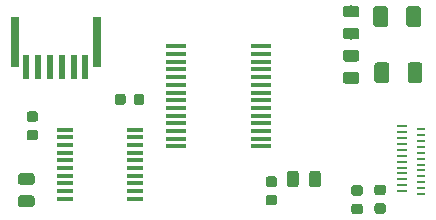
<source format=gtp>
G04 #@! TF.GenerationSoftware,KiCad,Pcbnew,(5.1.0)-1*
G04 #@! TF.CreationDate,2019-05-30T16:28:13+02:00*
G04 #@! TF.ProjectId,converterboard,636f6e76-6572-4746-9572-626f6172642e,rev?*
G04 #@! TF.SameCoordinates,Original*
G04 #@! TF.FileFunction,Paste,Top*
G04 #@! TF.FilePolarity,Positive*
%FSLAX46Y46*%
G04 Gerber Fmt 4.6, Leading zero omitted, Abs format (unit mm)*
G04 Created by KiCad (PCBNEW (5.1.0)-1) date 2019-05-30 16:28:13*
%MOMM*%
%LPD*%
G04 APERTURE LIST*
%ADD10C,0.100000*%
%ADD11C,0.975000*%
%ADD12R,0.800000X0.270000*%
%ADD13R,0.900000X0.270000*%
%ADD14C,0.875000*%
%ADD15R,1.450000X0.450000*%
%ADD16C,1.250000*%
%ADD17R,0.700000X4.200000*%
%ADD18R,0.600000X2.000000*%
%ADD19R,1.750000X0.450000*%
G04 APERTURE END LIST*
D10*
G36*
X182955142Y-114801174D02*
G01*
X182978803Y-114804684D01*
X183002007Y-114810496D01*
X183024529Y-114818554D01*
X183046153Y-114828782D01*
X183066670Y-114841079D01*
X183085883Y-114855329D01*
X183103607Y-114871393D01*
X183119671Y-114889117D01*
X183133921Y-114908330D01*
X183146218Y-114928847D01*
X183156446Y-114950471D01*
X183164504Y-114972993D01*
X183170316Y-114996197D01*
X183173826Y-115019858D01*
X183175000Y-115043750D01*
X183175000Y-115956250D01*
X183173826Y-115980142D01*
X183170316Y-116003803D01*
X183164504Y-116027007D01*
X183156446Y-116049529D01*
X183146218Y-116071153D01*
X183133921Y-116091670D01*
X183119671Y-116110883D01*
X183103607Y-116128607D01*
X183085883Y-116144671D01*
X183066670Y-116158921D01*
X183046153Y-116171218D01*
X183024529Y-116181446D01*
X183002007Y-116189504D01*
X182978803Y-116195316D01*
X182955142Y-116198826D01*
X182931250Y-116200000D01*
X182443750Y-116200000D01*
X182419858Y-116198826D01*
X182396197Y-116195316D01*
X182372993Y-116189504D01*
X182350471Y-116181446D01*
X182328847Y-116171218D01*
X182308330Y-116158921D01*
X182289117Y-116144671D01*
X182271393Y-116128607D01*
X182255329Y-116110883D01*
X182241079Y-116091670D01*
X182228782Y-116071153D01*
X182218554Y-116049529D01*
X182210496Y-116027007D01*
X182204684Y-116003803D01*
X182201174Y-115980142D01*
X182200000Y-115956250D01*
X182200000Y-115043750D01*
X182201174Y-115019858D01*
X182204684Y-114996197D01*
X182210496Y-114972993D01*
X182218554Y-114950471D01*
X182228782Y-114928847D01*
X182241079Y-114908330D01*
X182255329Y-114889117D01*
X182271393Y-114871393D01*
X182289117Y-114855329D01*
X182308330Y-114841079D01*
X182328847Y-114828782D01*
X182350471Y-114818554D01*
X182372993Y-114810496D01*
X182396197Y-114804684D01*
X182419858Y-114801174D01*
X182443750Y-114800000D01*
X182931250Y-114800000D01*
X182955142Y-114801174D01*
X182955142Y-114801174D01*
G37*
D11*
X182687500Y-115500000D03*
D10*
G36*
X181080142Y-114801174D02*
G01*
X181103803Y-114804684D01*
X181127007Y-114810496D01*
X181149529Y-114818554D01*
X181171153Y-114828782D01*
X181191670Y-114841079D01*
X181210883Y-114855329D01*
X181228607Y-114871393D01*
X181244671Y-114889117D01*
X181258921Y-114908330D01*
X181271218Y-114928847D01*
X181281446Y-114950471D01*
X181289504Y-114972993D01*
X181295316Y-114996197D01*
X181298826Y-115019858D01*
X181300000Y-115043750D01*
X181300000Y-115956250D01*
X181298826Y-115980142D01*
X181295316Y-116003803D01*
X181289504Y-116027007D01*
X181281446Y-116049529D01*
X181271218Y-116071153D01*
X181258921Y-116091670D01*
X181244671Y-116110883D01*
X181228607Y-116128607D01*
X181210883Y-116144671D01*
X181191670Y-116158921D01*
X181171153Y-116171218D01*
X181149529Y-116181446D01*
X181127007Y-116189504D01*
X181103803Y-116195316D01*
X181080142Y-116198826D01*
X181056250Y-116200000D01*
X180568750Y-116200000D01*
X180544858Y-116198826D01*
X180521197Y-116195316D01*
X180497993Y-116189504D01*
X180475471Y-116181446D01*
X180453847Y-116171218D01*
X180433330Y-116158921D01*
X180414117Y-116144671D01*
X180396393Y-116128607D01*
X180380329Y-116110883D01*
X180366079Y-116091670D01*
X180353782Y-116071153D01*
X180343554Y-116049529D01*
X180335496Y-116027007D01*
X180329684Y-116003803D01*
X180326174Y-115980142D01*
X180325000Y-115956250D01*
X180325000Y-115043750D01*
X180326174Y-115019858D01*
X180329684Y-114996197D01*
X180335496Y-114972993D01*
X180343554Y-114950471D01*
X180353782Y-114928847D01*
X180366079Y-114908330D01*
X180380329Y-114889117D01*
X180396393Y-114871393D01*
X180414117Y-114855329D01*
X180433330Y-114841079D01*
X180453847Y-114828782D01*
X180475471Y-114818554D01*
X180497993Y-114810496D01*
X180521197Y-114804684D01*
X180544858Y-114801174D01*
X180568750Y-114800000D01*
X181056250Y-114800000D01*
X181080142Y-114801174D01*
X181080142Y-114801174D01*
G37*
D11*
X180812500Y-115500000D03*
D12*
X191650000Y-111765000D03*
X191650000Y-112765000D03*
X191650000Y-112265000D03*
X191650000Y-111265000D03*
X191650000Y-113765000D03*
X191650000Y-114775000D03*
X191650000Y-114275000D03*
X191650000Y-113265000D03*
X191650000Y-115775000D03*
X191650000Y-115275000D03*
X191650000Y-116275000D03*
X191650000Y-116775000D03*
D13*
X190050000Y-112025000D03*
X190050000Y-111025000D03*
X190050000Y-112525000D03*
X190050000Y-111525000D03*
X190050000Y-113525000D03*
X190050000Y-113025000D03*
X190050000Y-114025000D03*
X190050000Y-115025000D03*
X190050000Y-114525000D03*
X190050000Y-115525000D03*
X190050000Y-116025000D03*
X190050000Y-116525000D03*
D10*
G36*
X188477691Y-115976053D02*
G01*
X188498926Y-115979203D01*
X188519750Y-115984419D01*
X188539962Y-115991651D01*
X188559368Y-116000830D01*
X188577781Y-116011866D01*
X188595024Y-116024654D01*
X188610930Y-116039070D01*
X188625346Y-116054976D01*
X188638134Y-116072219D01*
X188649170Y-116090632D01*
X188658349Y-116110038D01*
X188665581Y-116130250D01*
X188670797Y-116151074D01*
X188673947Y-116172309D01*
X188675000Y-116193750D01*
X188675000Y-116631250D01*
X188673947Y-116652691D01*
X188670797Y-116673926D01*
X188665581Y-116694750D01*
X188658349Y-116714962D01*
X188649170Y-116734368D01*
X188638134Y-116752781D01*
X188625346Y-116770024D01*
X188610930Y-116785930D01*
X188595024Y-116800346D01*
X188577781Y-116813134D01*
X188559368Y-116824170D01*
X188539962Y-116833349D01*
X188519750Y-116840581D01*
X188498926Y-116845797D01*
X188477691Y-116848947D01*
X188456250Y-116850000D01*
X187943750Y-116850000D01*
X187922309Y-116848947D01*
X187901074Y-116845797D01*
X187880250Y-116840581D01*
X187860038Y-116833349D01*
X187840632Y-116824170D01*
X187822219Y-116813134D01*
X187804976Y-116800346D01*
X187789070Y-116785930D01*
X187774654Y-116770024D01*
X187761866Y-116752781D01*
X187750830Y-116734368D01*
X187741651Y-116714962D01*
X187734419Y-116694750D01*
X187729203Y-116673926D01*
X187726053Y-116652691D01*
X187725000Y-116631250D01*
X187725000Y-116193750D01*
X187726053Y-116172309D01*
X187729203Y-116151074D01*
X187734419Y-116130250D01*
X187741651Y-116110038D01*
X187750830Y-116090632D01*
X187761866Y-116072219D01*
X187774654Y-116054976D01*
X187789070Y-116039070D01*
X187804976Y-116024654D01*
X187822219Y-116011866D01*
X187840632Y-116000830D01*
X187860038Y-115991651D01*
X187880250Y-115984419D01*
X187901074Y-115979203D01*
X187922309Y-115976053D01*
X187943750Y-115975000D01*
X188456250Y-115975000D01*
X188477691Y-115976053D01*
X188477691Y-115976053D01*
G37*
D14*
X188200000Y-116412500D03*
D10*
G36*
X188477691Y-117551053D02*
G01*
X188498926Y-117554203D01*
X188519750Y-117559419D01*
X188539962Y-117566651D01*
X188559368Y-117575830D01*
X188577781Y-117586866D01*
X188595024Y-117599654D01*
X188610930Y-117614070D01*
X188625346Y-117629976D01*
X188638134Y-117647219D01*
X188649170Y-117665632D01*
X188658349Y-117685038D01*
X188665581Y-117705250D01*
X188670797Y-117726074D01*
X188673947Y-117747309D01*
X188675000Y-117768750D01*
X188675000Y-118206250D01*
X188673947Y-118227691D01*
X188670797Y-118248926D01*
X188665581Y-118269750D01*
X188658349Y-118289962D01*
X188649170Y-118309368D01*
X188638134Y-118327781D01*
X188625346Y-118345024D01*
X188610930Y-118360930D01*
X188595024Y-118375346D01*
X188577781Y-118388134D01*
X188559368Y-118399170D01*
X188539962Y-118408349D01*
X188519750Y-118415581D01*
X188498926Y-118420797D01*
X188477691Y-118423947D01*
X188456250Y-118425000D01*
X187943750Y-118425000D01*
X187922309Y-118423947D01*
X187901074Y-118420797D01*
X187880250Y-118415581D01*
X187860038Y-118408349D01*
X187840632Y-118399170D01*
X187822219Y-118388134D01*
X187804976Y-118375346D01*
X187789070Y-118360930D01*
X187774654Y-118345024D01*
X187761866Y-118327781D01*
X187750830Y-118309368D01*
X187741651Y-118289962D01*
X187734419Y-118269750D01*
X187729203Y-118248926D01*
X187726053Y-118227691D01*
X187725000Y-118206250D01*
X187725000Y-117768750D01*
X187726053Y-117747309D01*
X187729203Y-117726074D01*
X187734419Y-117705250D01*
X187741651Y-117685038D01*
X187750830Y-117665632D01*
X187761866Y-117647219D01*
X187774654Y-117629976D01*
X187789070Y-117614070D01*
X187804976Y-117599654D01*
X187822219Y-117586866D01*
X187840632Y-117575830D01*
X187860038Y-117566651D01*
X187880250Y-117559419D01*
X187901074Y-117554203D01*
X187922309Y-117551053D01*
X187943750Y-117550000D01*
X188456250Y-117550000D01*
X188477691Y-117551053D01*
X188477691Y-117551053D01*
G37*
D14*
X188200000Y-117987500D03*
D15*
X161550000Y-111325000D03*
X161550000Y-111975000D03*
X161550000Y-112625000D03*
X161550000Y-113275000D03*
X161550000Y-113925000D03*
X161550000Y-114575000D03*
X161550000Y-115225000D03*
X161550000Y-115875000D03*
X161550000Y-116525000D03*
X161550000Y-117175000D03*
X167450000Y-117175000D03*
X167450000Y-116525000D03*
X167450000Y-115875000D03*
X167450000Y-115225000D03*
X167450000Y-114575000D03*
X167450000Y-113925000D03*
X167450000Y-113275000D03*
X167450000Y-112625000D03*
X167450000Y-111975000D03*
X167450000Y-111325000D03*
D10*
G36*
X168027691Y-108276053D02*
G01*
X168048926Y-108279203D01*
X168069750Y-108284419D01*
X168089962Y-108291651D01*
X168109368Y-108300830D01*
X168127781Y-108311866D01*
X168145024Y-108324654D01*
X168160930Y-108339070D01*
X168175346Y-108354976D01*
X168188134Y-108372219D01*
X168199170Y-108390632D01*
X168208349Y-108410038D01*
X168215581Y-108430250D01*
X168220797Y-108451074D01*
X168223947Y-108472309D01*
X168225000Y-108493750D01*
X168225000Y-109006250D01*
X168223947Y-109027691D01*
X168220797Y-109048926D01*
X168215581Y-109069750D01*
X168208349Y-109089962D01*
X168199170Y-109109368D01*
X168188134Y-109127781D01*
X168175346Y-109145024D01*
X168160930Y-109160930D01*
X168145024Y-109175346D01*
X168127781Y-109188134D01*
X168109368Y-109199170D01*
X168089962Y-109208349D01*
X168069750Y-109215581D01*
X168048926Y-109220797D01*
X168027691Y-109223947D01*
X168006250Y-109225000D01*
X167568750Y-109225000D01*
X167547309Y-109223947D01*
X167526074Y-109220797D01*
X167505250Y-109215581D01*
X167485038Y-109208349D01*
X167465632Y-109199170D01*
X167447219Y-109188134D01*
X167429976Y-109175346D01*
X167414070Y-109160930D01*
X167399654Y-109145024D01*
X167386866Y-109127781D01*
X167375830Y-109109368D01*
X167366651Y-109089962D01*
X167359419Y-109069750D01*
X167354203Y-109048926D01*
X167351053Y-109027691D01*
X167350000Y-109006250D01*
X167350000Y-108493750D01*
X167351053Y-108472309D01*
X167354203Y-108451074D01*
X167359419Y-108430250D01*
X167366651Y-108410038D01*
X167375830Y-108390632D01*
X167386866Y-108372219D01*
X167399654Y-108354976D01*
X167414070Y-108339070D01*
X167429976Y-108324654D01*
X167447219Y-108311866D01*
X167465632Y-108300830D01*
X167485038Y-108291651D01*
X167505250Y-108284419D01*
X167526074Y-108279203D01*
X167547309Y-108276053D01*
X167568750Y-108275000D01*
X168006250Y-108275000D01*
X168027691Y-108276053D01*
X168027691Y-108276053D01*
G37*
D14*
X167787500Y-108750000D03*
D10*
G36*
X166452691Y-108276053D02*
G01*
X166473926Y-108279203D01*
X166494750Y-108284419D01*
X166514962Y-108291651D01*
X166534368Y-108300830D01*
X166552781Y-108311866D01*
X166570024Y-108324654D01*
X166585930Y-108339070D01*
X166600346Y-108354976D01*
X166613134Y-108372219D01*
X166624170Y-108390632D01*
X166633349Y-108410038D01*
X166640581Y-108430250D01*
X166645797Y-108451074D01*
X166648947Y-108472309D01*
X166650000Y-108493750D01*
X166650000Y-109006250D01*
X166648947Y-109027691D01*
X166645797Y-109048926D01*
X166640581Y-109069750D01*
X166633349Y-109089962D01*
X166624170Y-109109368D01*
X166613134Y-109127781D01*
X166600346Y-109145024D01*
X166585930Y-109160930D01*
X166570024Y-109175346D01*
X166552781Y-109188134D01*
X166534368Y-109199170D01*
X166514962Y-109208349D01*
X166494750Y-109215581D01*
X166473926Y-109220797D01*
X166452691Y-109223947D01*
X166431250Y-109225000D01*
X165993750Y-109225000D01*
X165972309Y-109223947D01*
X165951074Y-109220797D01*
X165930250Y-109215581D01*
X165910038Y-109208349D01*
X165890632Y-109199170D01*
X165872219Y-109188134D01*
X165854976Y-109175346D01*
X165839070Y-109160930D01*
X165824654Y-109145024D01*
X165811866Y-109127781D01*
X165800830Y-109109368D01*
X165791651Y-109089962D01*
X165784419Y-109069750D01*
X165779203Y-109048926D01*
X165776053Y-109027691D01*
X165775000Y-109006250D01*
X165775000Y-108493750D01*
X165776053Y-108472309D01*
X165779203Y-108451074D01*
X165784419Y-108430250D01*
X165791651Y-108410038D01*
X165800830Y-108390632D01*
X165811866Y-108372219D01*
X165824654Y-108354976D01*
X165839070Y-108339070D01*
X165854976Y-108324654D01*
X165872219Y-108311866D01*
X165890632Y-108300830D01*
X165910038Y-108291651D01*
X165930250Y-108284419D01*
X165951074Y-108279203D01*
X165972309Y-108276053D01*
X165993750Y-108275000D01*
X166431250Y-108275000D01*
X166452691Y-108276053D01*
X166452691Y-108276053D01*
G37*
D14*
X166212500Y-108750000D03*
D10*
G36*
X159027691Y-109776053D02*
G01*
X159048926Y-109779203D01*
X159069750Y-109784419D01*
X159089962Y-109791651D01*
X159109368Y-109800830D01*
X159127781Y-109811866D01*
X159145024Y-109824654D01*
X159160930Y-109839070D01*
X159175346Y-109854976D01*
X159188134Y-109872219D01*
X159199170Y-109890632D01*
X159208349Y-109910038D01*
X159215581Y-109930250D01*
X159220797Y-109951074D01*
X159223947Y-109972309D01*
X159225000Y-109993750D01*
X159225000Y-110431250D01*
X159223947Y-110452691D01*
X159220797Y-110473926D01*
X159215581Y-110494750D01*
X159208349Y-110514962D01*
X159199170Y-110534368D01*
X159188134Y-110552781D01*
X159175346Y-110570024D01*
X159160930Y-110585930D01*
X159145024Y-110600346D01*
X159127781Y-110613134D01*
X159109368Y-110624170D01*
X159089962Y-110633349D01*
X159069750Y-110640581D01*
X159048926Y-110645797D01*
X159027691Y-110648947D01*
X159006250Y-110650000D01*
X158493750Y-110650000D01*
X158472309Y-110648947D01*
X158451074Y-110645797D01*
X158430250Y-110640581D01*
X158410038Y-110633349D01*
X158390632Y-110624170D01*
X158372219Y-110613134D01*
X158354976Y-110600346D01*
X158339070Y-110585930D01*
X158324654Y-110570024D01*
X158311866Y-110552781D01*
X158300830Y-110534368D01*
X158291651Y-110514962D01*
X158284419Y-110494750D01*
X158279203Y-110473926D01*
X158276053Y-110452691D01*
X158275000Y-110431250D01*
X158275000Y-109993750D01*
X158276053Y-109972309D01*
X158279203Y-109951074D01*
X158284419Y-109930250D01*
X158291651Y-109910038D01*
X158300830Y-109890632D01*
X158311866Y-109872219D01*
X158324654Y-109854976D01*
X158339070Y-109839070D01*
X158354976Y-109824654D01*
X158372219Y-109811866D01*
X158390632Y-109800830D01*
X158410038Y-109791651D01*
X158430250Y-109784419D01*
X158451074Y-109779203D01*
X158472309Y-109776053D01*
X158493750Y-109775000D01*
X159006250Y-109775000D01*
X159027691Y-109776053D01*
X159027691Y-109776053D01*
G37*
D14*
X158750000Y-110212500D03*
D10*
G36*
X159027691Y-111351053D02*
G01*
X159048926Y-111354203D01*
X159069750Y-111359419D01*
X159089962Y-111366651D01*
X159109368Y-111375830D01*
X159127781Y-111386866D01*
X159145024Y-111399654D01*
X159160930Y-111414070D01*
X159175346Y-111429976D01*
X159188134Y-111447219D01*
X159199170Y-111465632D01*
X159208349Y-111485038D01*
X159215581Y-111505250D01*
X159220797Y-111526074D01*
X159223947Y-111547309D01*
X159225000Y-111568750D01*
X159225000Y-112006250D01*
X159223947Y-112027691D01*
X159220797Y-112048926D01*
X159215581Y-112069750D01*
X159208349Y-112089962D01*
X159199170Y-112109368D01*
X159188134Y-112127781D01*
X159175346Y-112145024D01*
X159160930Y-112160930D01*
X159145024Y-112175346D01*
X159127781Y-112188134D01*
X159109368Y-112199170D01*
X159089962Y-112208349D01*
X159069750Y-112215581D01*
X159048926Y-112220797D01*
X159027691Y-112223947D01*
X159006250Y-112225000D01*
X158493750Y-112225000D01*
X158472309Y-112223947D01*
X158451074Y-112220797D01*
X158430250Y-112215581D01*
X158410038Y-112208349D01*
X158390632Y-112199170D01*
X158372219Y-112188134D01*
X158354976Y-112175346D01*
X158339070Y-112160930D01*
X158324654Y-112145024D01*
X158311866Y-112127781D01*
X158300830Y-112109368D01*
X158291651Y-112089962D01*
X158284419Y-112069750D01*
X158279203Y-112048926D01*
X158276053Y-112027691D01*
X158275000Y-112006250D01*
X158275000Y-111568750D01*
X158276053Y-111547309D01*
X158279203Y-111526074D01*
X158284419Y-111505250D01*
X158291651Y-111485038D01*
X158300830Y-111465632D01*
X158311866Y-111447219D01*
X158324654Y-111429976D01*
X158339070Y-111414070D01*
X158354976Y-111399654D01*
X158372219Y-111386866D01*
X158390632Y-111375830D01*
X158410038Y-111366651D01*
X158430250Y-111359419D01*
X158451074Y-111354203D01*
X158472309Y-111351053D01*
X158493750Y-111350000D01*
X159006250Y-111350000D01*
X159027691Y-111351053D01*
X159027691Y-111351053D01*
G37*
D14*
X158750000Y-111787500D03*
D10*
G36*
X179277691Y-116851053D02*
G01*
X179298926Y-116854203D01*
X179319750Y-116859419D01*
X179339962Y-116866651D01*
X179359368Y-116875830D01*
X179377781Y-116886866D01*
X179395024Y-116899654D01*
X179410930Y-116914070D01*
X179425346Y-116929976D01*
X179438134Y-116947219D01*
X179449170Y-116965632D01*
X179458349Y-116985038D01*
X179465581Y-117005250D01*
X179470797Y-117026074D01*
X179473947Y-117047309D01*
X179475000Y-117068750D01*
X179475000Y-117506250D01*
X179473947Y-117527691D01*
X179470797Y-117548926D01*
X179465581Y-117569750D01*
X179458349Y-117589962D01*
X179449170Y-117609368D01*
X179438134Y-117627781D01*
X179425346Y-117645024D01*
X179410930Y-117660930D01*
X179395024Y-117675346D01*
X179377781Y-117688134D01*
X179359368Y-117699170D01*
X179339962Y-117708349D01*
X179319750Y-117715581D01*
X179298926Y-117720797D01*
X179277691Y-117723947D01*
X179256250Y-117725000D01*
X178743750Y-117725000D01*
X178722309Y-117723947D01*
X178701074Y-117720797D01*
X178680250Y-117715581D01*
X178660038Y-117708349D01*
X178640632Y-117699170D01*
X178622219Y-117688134D01*
X178604976Y-117675346D01*
X178589070Y-117660930D01*
X178574654Y-117645024D01*
X178561866Y-117627781D01*
X178550830Y-117609368D01*
X178541651Y-117589962D01*
X178534419Y-117569750D01*
X178529203Y-117548926D01*
X178526053Y-117527691D01*
X178525000Y-117506250D01*
X178525000Y-117068750D01*
X178526053Y-117047309D01*
X178529203Y-117026074D01*
X178534419Y-117005250D01*
X178541651Y-116985038D01*
X178550830Y-116965632D01*
X178561866Y-116947219D01*
X178574654Y-116929976D01*
X178589070Y-116914070D01*
X178604976Y-116899654D01*
X178622219Y-116886866D01*
X178640632Y-116875830D01*
X178660038Y-116866651D01*
X178680250Y-116859419D01*
X178701074Y-116854203D01*
X178722309Y-116851053D01*
X178743750Y-116850000D01*
X179256250Y-116850000D01*
X179277691Y-116851053D01*
X179277691Y-116851053D01*
G37*
D14*
X179000000Y-117287500D03*
D10*
G36*
X179277691Y-115276053D02*
G01*
X179298926Y-115279203D01*
X179319750Y-115284419D01*
X179339962Y-115291651D01*
X179359368Y-115300830D01*
X179377781Y-115311866D01*
X179395024Y-115324654D01*
X179410930Y-115339070D01*
X179425346Y-115354976D01*
X179438134Y-115372219D01*
X179449170Y-115390632D01*
X179458349Y-115410038D01*
X179465581Y-115430250D01*
X179470797Y-115451074D01*
X179473947Y-115472309D01*
X179475000Y-115493750D01*
X179475000Y-115931250D01*
X179473947Y-115952691D01*
X179470797Y-115973926D01*
X179465581Y-115994750D01*
X179458349Y-116014962D01*
X179449170Y-116034368D01*
X179438134Y-116052781D01*
X179425346Y-116070024D01*
X179410930Y-116085930D01*
X179395024Y-116100346D01*
X179377781Y-116113134D01*
X179359368Y-116124170D01*
X179339962Y-116133349D01*
X179319750Y-116140581D01*
X179298926Y-116145797D01*
X179277691Y-116148947D01*
X179256250Y-116150000D01*
X178743750Y-116150000D01*
X178722309Y-116148947D01*
X178701074Y-116145797D01*
X178680250Y-116140581D01*
X178660038Y-116133349D01*
X178640632Y-116124170D01*
X178622219Y-116113134D01*
X178604976Y-116100346D01*
X178589070Y-116085930D01*
X178574654Y-116070024D01*
X178561866Y-116052781D01*
X178550830Y-116034368D01*
X178541651Y-116014962D01*
X178534419Y-115994750D01*
X178529203Y-115973926D01*
X178526053Y-115952691D01*
X178525000Y-115931250D01*
X178525000Y-115493750D01*
X178526053Y-115472309D01*
X178529203Y-115451074D01*
X178534419Y-115430250D01*
X178541651Y-115410038D01*
X178550830Y-115390632D01*
X178561866Y-115372219D01*
X178574654Y-115354976D01*
X178589070Y-115339070D01*
X178604976Y-115324654D01*
X178622219Y-115311866D01*
X178640632Y-115300830D01*
X178660038Y-115291651D01*
X178680250Y-115284419D01*
X178701074Y-115279203D01*
X178722309Y-115276053D01*
X178743750Y-115275000D01*
X179256250Y-115275000D01*
X179277691Y-115276053D01*
X179277691Y-115276053D01*
G37*
D14*
X179000000Y-115712500D03*
D10*
G36*
X186527691Y-116026053D02*
G01*
X186548926Y-116029203D01*
X186569750Y-116034419D01*
X186589962Y-116041651D01*
X186609368Y-116050830D01*
X186627781Y-116061866D01*
X186645024Y-116074654D01*
X186660930Y-116089070D01*
X186675346Y-116104976D01*
X186688134Y-116122219D01*
X186699170Y-116140632D01*
X186708349Y-116160038D01*
X186715581Y-116180250D01*
X186720797Y-116201074D01*
X186723947Y-116222309D01*
X186725000Y-116243750D01*
X186725000Y-116681250D01*
X186723947Y-116702691D01*
X186720797Y-116723926D01*
X186715581Y-116744750D01*
X186708349Y-116764962D01*
X186699170Y-116784368D01*
X186688134Y-116802781D01*
X186675346Y-116820024D01*
X186660930Y-116835930D01*
X186645024Y-116850346D01*
X186627781Y-116863134D01*
X186609368Y-116874170D01*
X186589962Y-116883349D01*
X186569750Y-116890581D01*
X186548926Y-116895797D01*
X186527691Y-116898947D01*
X186506250Y-116900000D01*
X185993750Y-116900000D01*
X185972309Y-116898947D01*
X185951074Y-116895797D01*
X185930250Y-116890581D01*
X185910038Y-116883349D01*
X185890632Y-116874170D01*
X185872219Y-116863134D01*
X185854976Y-116850346D01*
X185839070Y-116835930D01*
X185824654Y-116820024D01*
X185811866Y-116802781D01*
X185800830Y-116784368D01*
X185791651Y-116764962D01*
X185784419Y-116744750D01*
X185779203Y-116723926D01*
X185776053Y-116702691D01*
X185775000Y-116681250D01*
X185775000Y-116243750D01*
X185776053Y-116222309D01*
X185779203Y-116201074D01*
X185784419Y-116180250D01*
X185791651Y-116160038D01*
X185800830Y-116140632D01*
X185811866Y-116122219D01*
X185824654Y-116104976D01*
X185839070Y-116089070D01*
X185854976Y-116074654D01*
X185872219Y-116061866D01*
X185890632Y-116050830D01*
X185910038Y-116041651D01*
X185930250Y-116034419D01*
X185951074Y-116029203D01*
X185972309Y-116026053D01*
X185993750Y-116025000D01*
X186506250Y-116025000D01*
X186527691Y-116026053D01*
X186527691Y-116026053D01*
G37*
D14*
X186250000Y-116462500D03*
D10*
G36*
X186527691Y-117601053D02*
G01*
X186548926Y-117604203D01*
X186569750Y-117609419D01*
X186589962Y-117616651D01*
X186609368Y-117625830D01*
X186627781Y-117636866D01*
X186645024Y-117649654D01*
X186660930Y-117664070D01*
X186675346Y-117679976D01*
X186688134Y-117697219D01*
X186699170Y-117715632D01*
X186708349Y-117735038D01*
X186715581Y-117755250D01*
X186720797Y-117776074D01*
X186723947Y-117797309D01*
X186725000Y-117818750D01*
X186725000Y-118256250D01*
X186723947Y-118277691D01*
X186720797Y-118298926D01*
X186715581Y-118319750D01*
X186708349Y-118339962D01*
X186699170Y-118359368D01*
X186688134Y-118377781D01*
X186675346Y-118395024D01*
X186660930Y-118410930D01*
X186645024Y-118425346D01*
X186627781Y-118438134D01*
X186609368Y-118449170D01*
X186589962Y-118458349D01*
X186569750Y-118465581D01*
X186548926Y-118470797D01*
X186527691Y-118473947D01*
X186506250Y-118475000D01*
X185993750Y-118475000D01*
X185972309Y-118473947D01*
X185951074Y-118470797D01*
X185930250Y-118465581D01*
X185910038Y-118458349D01*
X185890632Y-118449170D01*
X185872219Y-118438134D01*
X185854976Y-118425346D01*
X185839070Y-118410930D01*
X185824654Y-118395024D01*
X185811866Y-118377781D01*
X185800830Y-118359368D01*
X185791651Y-118339962D01*
X185784419Y-118319750D01*
X185779203Y-118298926D01*
X185776053Y-118277691D01*
X185775000Y-118256250D01*
X185775000Y-117818750D01*
X185776053Y-117797309D01*
X185779203Y-117776074D01*
X185784419Y-117755250D01*
X185791651Y-117735038D01*
X185800830Y-117715632D01*
X185811866Y-117697219D01*
X185824654Y-117679976D01*
X185839070Y-117664070D01*
X185854976Y-117649654D01*
X185872219Y-117636866D01*
X185890632Y-117625830D01*
X185910038Y-117616651D01*
X185930250Y-117609419D01*
X185951074Y-117604203D01*
X185972309Y-117601053D01*
X185993750Y-117600000D01*
X186506250Y-117600000D01*
X186527691Y-117601053D01*
X186527691Y-117601053D01*
G37*
D14*
X186250000Y-118037500D03*
D10*
G36*
X188749504Y-105626204D02*
G01*
X188773773Y-105629804D01*
X188797571Y-105635765D01*
X188820671Y-105644030D01*
X188842849Y-105654520D01*
X188863893Y-105667133D01*
X188883598Y-105681747D01*
X188901777Y-105698223D01*
X188918253Y-105716402D01*
X188932867Y-105736107D01*
X188945480Y-105757151D01*
X188955970Y-105779329D01*
X188964235Y-105802429D01*
X188970196Y-105826227D01*
X188973796Y-105850496D01*
X188975000Y-105875000D01*
X188975000Y-107125000D01*
X188973796Y-107149504D01*
X188970196Y-107173773D01*
X188964235Y-107197571D01*
X188955970Y-107220671D01*
X188945480Y-107242849D01*
X188932867Y-107263893D01*
X188918253Y-107283598D01*
X188901777Y-107301777D01*
X188883598Y-107318253D01*
X188863893Y-107332867D01*
X188842849Y-107345480D01*
X188820671Y-107355970D01*
X188797571Y-107364235D01*
X188773773Y-107370196D01*
X188749504Y-107373796D01*
X188725000Y-107375000D01*
X187975000Y-107375000D01*
X187950496Y-107373796D01*
X187926227Y-107370196D01*
X187902429Y-107364235D01*
X187879329Y-107355970D01*
X187857151Y-107345480D01*
X187836107Y-107332867D01*
X187816402Y-107318253D01*
X187798223Y-107301777D01*
X187781747Y-107283598D01*
X187767133Y-107263893D01*
X187754520Y-107242849D01*
X187744030Y-107220671D01*
X187735765Y-107197571D01*
X187729804Y-107173773D01*
X187726204Y-107149504D01*
X187725000Y-107125000D01*
X187725000Y-105875000D01*
X187726204Y-105850496D01*
X187729804Y-105826227D01*
X187735765Y-105802429D01*
X187744030Y-105779329D01*
X187754520Y-105757151D01*
X187767133Y-105736107D01*
X187781747Y-105716402D01*
X187798223Y-105698223D01*
X187816402Y-105681747D01*
X187836107Y-105667133D01*
X187857151Y-105654520D01*
X187879329Y-105644030D01*
X187902429Y-105635765D01*
X187926227Y-105629804D01*
X187950496Y-105626204D01*
X187975000Y-105625000D01*
X188725000Y-105625000D01*
X188749504Y-105626204D01*
X188749504Y-105626204D01*
G37*
D16*
X188350000Y-106500000D03*
D10*
G36*
X191549504Y-105626204D02*
G01*
X191573773Y-105629804D01*
X191597571Y-105635765D01*
X191620671Y-105644030D01*
X191642849Y-105654520D01*
X191663893Y-105667133D01*
X191683598Y-105681747D01*
X191701777Y-105698223D01*
X191718253Y-105716402D01*
X191732867Y-105736107D01*
X191745480Y-105757151D01*
X191755970Y-105779329D01*
X191764235Y-105802429D01*
X191770196Y-105826227D01*
X191773796Y-105850496D01*
X191775000Y-105875000D01*
X191775000Y-107125000D01*
X191773796Y-107149504D01*
X191770196Y-107173773D01*
X191764235Y-107197571D01*
X191755970Y-107220671D01*
X191745480Y-107242849D01*
X191732867Y-107263893D01*
X191718253Y-107283598D01*
X191701777Y-107301777D01*
X191683598Y-107318253D01*
X191663893Y-107332867D01*
X191642849Y-107345480D01*
X191620671Y-107355970D01*
X191597571Y-107364235D01*
X191573773Y-107370196D01*
X191549504Y-107373796D01*
X191525000Y-107375000D01*
X190775000Y-107375000D01*
X190750496Y-107373796D01*
X190726227Y-107370196D01*
X190702429Y-107364235D01*
X190679329Y-107355970D01*
X190657151Y-107345480D01*
X190636107Y-107332867D01*
X190616402Y-107318253D01*
X190598223Y-107301777D01*
X190581747Y-107283598D01*
X190567133Y-107263893D01*
X190554520Y-107242849D01*
X190544030Y-107220671D01*
X190535765Y-107197571D01*
X190529804Y-107173773D01*
X190526204Y-107149504D01*
X190525000Y-107125000D01*
X190525000Y-105875000D01*
X190526204Y-105850496D01*
X190529804Y-105826227D01*
X190535765Y-105802429D01*
X190544030Y-105779329D01*
X190554520Y-105757151D01*
X190567133Y-105736107D01*
X190581747Y-105716402D01*
X190598223Y-105698223D01*
X190616402Y-105681747D01*
X190636107Y-105667133D01*
X190657151Y-105654520D01*
X190679329Y-105644030D01*
X190702429Y-105635765D01*
X190726227Y-105629804D01*
X190750496Y-105626204D01*
X190775000Y-105625000D01*
X191525000Y-105625000D01*
X191549504Y-105626204D01*
X191549504Y-105626204D01*
G37*
D16*
X191150000Y-106500000D03*
D10*
G36*
X191449504Y-100876204D02*
G01*
X191473773Y-100879804D01*
X191497571Y-100885765D01*
X191520671Y-100894030D01*
X191542849Y-100904520D01*
X191563893Y-100917133D01*
X191583598Y-100931747D01*
X191601777Y-100948223D01*
X191618253Y-100966402D01*
X191632867Y-100986107D01*
X191645480Y-101007151D01*
X191655970Y-101029329D01*
X191664235Y-101052429D01*
X191670196Y-101076227D01*
X191673796Y-101100496D01*
X191675000Y-101125000D01*
X191675000Y-102375000D01*
X191673796Y-102399504D01*
X191670196Y-102423773D01*
X191664235Y-102447571D01*
X191655970Y-102470671D01*
X191645480Y-102492849D01*
X191632867Y-102513893D01*
X191618253Y-102533598D01*
X191601777Y-102551777D01*
X191583598Y-102568253D01*
X191563893Y-102582867D01*
X191542849Y-102595480D01*
X191520671Y-102605970D01*
X191497571Y-102614235D01*
X191473773Y-102620196D01*
X191449504Y-102623796D01*
X191425000Y-102625000D01*
X190675000Y-102625000D01*
X190650496Y-102623796D01*
X190626227Y-102620196D01*
X190602429Y-102614235D01*
X190579329Y-102605970D01*
X190557151Y-102595480D01*
X190536107Y-102582867D01*
X190516402Y-102568253D01*
X190498223Y-102551777D01*
X190481747Y-102533598D01*
X190467133Y-102513893D01*
X190454520Y-102492849D01*
X190444030Y-102470671D01*
X190435765Y-102447571D01*
X190429804Y-102423773D01*
X190426204Y-102399504D01*
X190425000Y-102375000D01*
X190425000Y-101125000D01*
X190426204Y-101100496D01*
X190429804Y-101076227D01*
X190435765Y-101052429D01*
X190444030Y-101029329D01*
X190454520Y-101007151D01*
X190467133Y-100986107D01*
X190481747Y-100966402D01*
X190498223Y-100948223D01*
X190516402Y-100931747D01*
X190536107Y-100917133D01*
X190557151Y-100904520D01*
X190579329Y-100894030D01*
X190602429Y-100885765D01*
X190626227Y-100879804D01*
X190650496Y-100876204D01*
X190675000Y-100875000D01*
X191425000Y-100875000D01*
X191449504Y-100876204D01*
X191449504Y-100876204D01*
G37*
D16*
X191050000Y-101750000D03*
D10*
G36*
X188649504Y-100876204D02*
G01*
X188673773Y-100879804D01*
X188697571Y-100885765D01*
X188720671Y-100894030D01*
X188742849Y-100904520D01*
X188763893Y-100917133D01*
X188783598Y-100931747D01*
X188801777Y-100948223D01*
X188818253Y-100966402D01*
X188832867Y-100986107D01*
X188845480Y-101007151D01*
X188855970Y-101029329D01*
X188864235Y-101052429D01*
X188870196Y-101076227D01*
X188873796Y-101100496D01*
X188875000Y-101125000D01*
X188875000Y-102375000D01*
X188873796Y-102399504D01*
X188870196Y-102423773D01*
X188864235Y-102447571D01*
X188855970Y-102470671D01*
X188845480Y-102492849D01*
X188832867Y-102513893D01*
X188818253Y-102533598D01*
X188801777Y-102551777D01*
X188783598Y-102568253D01*
X188763893Y-102582867D01*
X188742849Y-102595480D01*
X188720671Y-102605970D01*
X188697571Y-102614235D01*
X188673773Y-102620196D01*
X188649504Y-102623796D01*
X188625000Y-102625000D01*
X187875000Y-102625000D01*
X187850496Y-102623796D01*
X187826227Y-102620196D01*
X187802429Y-102614235D01*
X187779329Y-102605970D01*
X187757151Y-102595480D01*
X187736107Y-102582867D01*
X187716402Y-102568253D01*
X187698223Y-102551777D01*
X187681747Y-102533598D01*
X187667133Y-102513893D01*
X187654520Y-102492849D01*
X187644030Y-102470671D01*
X187635765Y-102447571D01*
X187629804Y-102423773D01*
X187626204Y-102399504D01*
X187625000Y-102375000D01*
X187625000Y-101125000D01*
X187626204Y-101100496D01*
X187629804Y-101076227D01*
X187635765Y-101052429D01*
X187644030Y-101029329D01*
X187654520Y-101007151D01*
X187667133Y-100986107D01*
X187681747Y-100966402D01*
X187698223Y-100948223D01*
X187716402Y-100931747D01*
X187736107Y-100917133D01*
X187757151Y-100904520D01*
X187779329Y-100894030D01*
X187802429Y-100885765D01*
X187826227Y-100879804D01*
X187850496Y-100876204D01*
X187875000Y-100875000D01*
X188625000Y-100875000D01*
X188649504Y-100876204D01*
X188649504Y-100876204D01*
G37*
D16*
X188250000Y-101750000D03*
D17*
X157250000Y-103900000D03*
D18*
X158250000Y-106000000D03*
X159250000Y-106000000D03*
X160250000Y-106000000D03*
X161250000Y-106000000D03*
X162250000Y-106000000D03*
X163250000Y-106000000D03*
D17*
X164250000Y-103900000D03*
D19*
X170900000Y-104275000D03*
X170900000Y-104925000D03*
X170900000Y-105575000D03*
X170900000Y-106225000D03*
X170900000Y-106875000D03*
X170900000Y-107525000D03*
X170900000Y-108175000D03*
X170900000Y-108825000D03*
X170900000Y-109475000D03*
X170900000Y-110125000D03*
X170900000Y-110775000D03*
X170900000Y-111425000D03*
X170900000Y-112075000D03*
X170900000Y-112725000D03*
X178100000Y-112725000D03*
X178100000Y-112075000D03*
X178100000Y-111425000D03*
X178100000Y-110775000D03*
X178100000Y-110125000D03*
X178100000Y-109475000D03*
X178100000Y-108825000D03*
X178100000Y-108175000D03*
X178100000Y-107525000D03*
X178100000Y-106875000D03*
X178100000Y-106225000D03*
X178100000Y-105575000D03*
X178100000Y-104925000D03*
X178100000Y-104275000D03*
D10*
G36*
X186230142Y-104576174D02*
G01*
X186253803Y-104579684D01*
X186277007Y-104585496D01*
X186299529Y-104593554D01*
X186321153Y-104603782D01*
X186341670Y-104616079D01*
X186360883Y-104630329D01*
X186378607Y-104646393D01*
X186394671Y-104664117D01*
X186408921Y-104683330D01*
X186421218Y-104703847D01*
X186431446Y-104725471D01*
X186439504Y-104747993D01*
X186445316Y-104771197D01*
X186448826Y-104794858D01*
X186450000Y-104818750D01*
X186450000Y-105306250D01*
X186448826Y-105330142D01*
X186445316Y-105353803D01*
X186439504Y-105377007D01*
X186431446Y-105399529D01*
X186421218Y-105421153D01*
X186408921Y-105441670D01*
X186394671Y-105460883D01*
X186378607Y-105478607D01*
X186360883Y-105494671D01*
X186341670Y-105508921D01*
X186321153Y-105521218D01*
X186299529Y-105531446D01*
X186277007Y-105539504D01*
X186253803Y-105545316D01*
X186230142Y-105548826D01*
X186206250Y-105550000D01*
X185293750Y-105550000D01*
X185269858Y-105548826D01*
X185246197Y-105545316D01*
X185222993Y-105539504D01*
X185200471Y-105531446D01*
X185178847Y-105521218D01*
X185158330Y-105508921D01*
X185139117Y-105494671D01*
X185121393Y-105478607D01*
X185105329Y-105460883D01*
X185091079Y-105441670D01*
X185078782Y-105421153D01*
X185068554Y-105399529D01*
X185060496Y-105377007D01*
X185054684Y-105353803D01*
X185051174Y-105330142D01*
X185050000Y-105306250D01*
X185050000Y-104818750D01*
X185051174Y-104794858D01*
X185054684Y-104771197D01*
X185060496Y-104747993D01*
X185068554Y-104725471D01*
X185078782Y-104703847D01*
X185091079Y-104683330D01*
X185105329Y-104664117D01*
X185121393Y-104646393D01*
X185139117Y-104630329D01*
X185158330Y-104616079D01*
X185178847Y-104603782D01*
X185200471Y-104593554D01*
X185222993Y-104585496D01*
X185246197Y-104579684D01*
X185269858Y-104576174D01*
X185293750Y-104575000D01*
X186206250Y-104575000D01*
X186230142Y-104576174D01*
X186230142Y-104576174D01*
G37*
D11*
X185750000Y-105062500D03*
D10*
G36*
X186230142Y-106451174D02*
G01*
X186253803Y-106454684D01*
X186277007Y-106460496D01*
X186299529Y-106468554D01*
X186321153Y-106478782D01*
X186341670Y-106491079D01*
X186360883Y-106505329D01*
X186378607Y-106521393D01*
X186394671Y-106539117D01*
X186408921Y-106558330D01*
X186421218Y-106578847D01*
X186431446Y-106600471D01*
X186439504Y-106622993D01*
X186445316Y-106646197D01*
X186448826Y-106669858D01*
X186450000Y-106693750D01*
X186450000Y-107181250D01*
X186448826Y-107205142D01*
X186445316Y-107228803D01*
X186439504Y-107252007D01*
X186431446Y-107274529D01*
X186421218Y-107296153D01*
X186408921Y-107316670D01*
X186394671Y-107335883D01*
X186378607Y-107353607D01*
X186360883Y-107369671D01*
X186341670Y-107383921D01*
X186321153Y-107396218D01*
X186299529Y-107406446D01*
X186277007Y-107414504D01*
X186253803Y-107420316D01*
X186230142Y-107423826D01*
X186206250Y-107425000D01*
X185293750Y-107425000D01*
X185269858Y-107423826D01*
X185246197Y-107420316D01*
X185222993Y-107414504D01*
X185200471Y-107406446D01*
X185178847Y-107396218D01*
X185158330Y-107383921D01*
X185139117Y-107369671D01*
X185121393Y-107353607D01*
X185105329Y-107335883D01*
X185091079Y-107316670D01*
X185078782Y-107296153D01*
X185068554Y-107274529D01*
X185060496Y-107252007D01*
X185054684Y-107228803D01*
X185051174Y-107205142D01*
X185050000Y-107181250D01*
X185050000Y-106693750D01*
X185051174Y-106669858D01*
X185054684Y-106646197D01*
X185060496Y-106622993D01*
X185068554Y-106600471D01*
X185078782Y-106578847D01*
X185091079Y-106558330D01*
X185105329Y-106539117D01*
X185121393Y-106521393D01*
X185139117Y-106505329D01*
X185158330Y-106491079D01*
X185178847Y-106478782D01*
X185200471Y-106468554D01*
X185222993Y-106460496D01*
X185246197Y-106454684D01*
X185269858Y-106451174D01*
X185293750Y-106450000D01*
X186206250Y-106450000D01*
X186230142Y-106451174D01*
X186230142Y-106451174D01*
G37*
D11*
X185750000Y-106937500D03*
D10*
G36*
X186230142Y-100826174D02*
G01*
X186253803Y-100829684D01*
X186277007Y-100835496D01*
X186299529Y-100843554D01*
X186321153Y-100853782D01*
X186341670Y-100866079D01*
X186360883Y-100880329D01*
X186378607Y-100896393D01*
X186394671Y-100914117D01*
X186408921Y-100933330D01*
X186421218Y-100953847D01*
X186431446Y-100975471D01*
X186439504Y-100997993D01*
X186445316Y-101021197D01*
X186448826Y-101044858D01*
X186450000Y-101068750D01*
X186450000Y-101556250D01*
X186448826Y-101580142D01*
X186445316Y-101603803D01*
X186439504Y-101627007D01*
X186431446Y-101649529D01*
X186421218Y-101671153D01*
X186408921Y-101691670D01*
X186394671Y-101710883D01*
X186378607Y-101728607D01*
X186360883Y-101744671D01*
X186341670Y-101758921D01*
X186321153Y-101771218D01*
X186299529Y-101781446D01*
X186277007Y-101789504D01*
X186253803Y-101795316D01*
X186230142Y-101798826D01*
X186206250Y-101800000D01*
X185293750Y-101800000D01*
X185269858Y-101798826D01*
X185246197Y-101795316D01*
X185222993Y-101789504D01*
X185200471Y-101781446D01*
X185178847Y-101771218D01*
X185158330Y-101758921D01*
X185139117Y-101744671D01*
X185121393Y-101728607D01*
X185105329Y-101710883D01*
X185091079Y-101691670D01*
X185078782Y-101671153D01*
X185068554Y-101649529D01*
X185060496Y-101627007D01*
X185054684Y-101603803D01*
X185051174Y-101580142D01*
X185050000Y-101556250D01*
X185050000Y-101068750D01*
X185051174Y-101044858D01*
X185054684Y-101021197D01*
X185060496Y-100997993D01*
X185068554Y-100975471D01*
X185078782Y-100953847D01*
X185091079Y-100933330D01*
X185105329Y-100914117D01*
X185121393Y-100896393D01*
X185139117Y-100880329D01*
X185158330Y-100866079D01*
X185178847Y-100853782D01*
X185200471Y-100843554D01*
X185222993Y-100835496D01*
X185246197Y-100829684D01*
X185269858Y-100826174D01*
X185293750Y-100825000D01*
X186206250Y-100825000D01*
X186230142Y-100826174D01*
X186230142Y-100826174D01*
G37*
D11*
X185750000Y-101312500D03*
D10*
G36*
X186230142Y-102701174D02*
G01*
X186253803Y-102704684D01*
X186277007Y-102710496D01*
X186299529Y-102718554D01*
X186321153Y-102728782D01*
X186341670Y-102741079D01*
X186360883Y-102755329D01*
X186378607Y-102771393D01*
X186394671Y-102789117D01*
X186408921Y-102808330D01*
X186421218Y-102828847D01*
X186431446Y-102850471D01*
X186439504Y-102872993D01*
X186445316Y-102896197D01*
X186448826Y-102919858D01*
X186450000Y-102943750D01*
X186450000Y-103431250D01*
X186448826Y-103455142D01*
X186445316Y-103478803D01*
X186439504Y-103502007D01*
X186431446Y-103524529D01*
X186421218Y-103546153D01*
X186408921Y-103566670D01*
X186394671Y-103585883D01*
X186378607Y-103603607D01*
X186360883Y-103619671D01*
X186341670Y-103633921D01*
X186321153Y-103646218D01*
X186299529Y-103656446D01*
X186277007Y-103664504D01*
X186253803Y-103670316D01*
X186230142Y-103673826D01*
X186206250Y-103675000D01*
X185293750Y-103675000D01*
X185269858Y-103673826D01*
X185246197Y-103670316D01*
X185222993Y-103664504D01*
X185200471Y-103656446D01*
X185178847Y-103646218D01*
X185158330Y-103633921D01*
X185139117Y-103619671D01*
X185121393Y-103603607D01*
X185105329Y-103585883D01*
X185091079Y-103566670D01*
X185078782Y-103546153D01*
X185068554Y-103524529D01*
X185060496Y-103502007D01*
X185054684Y-103478803D01*
X185051174Y-103455142D01*
X185050000Y-103431250D01*
X185050000Y-102943750D01*
X185051174Y-102919858D01*
X185054684Y-102896197D01*
X185060496Y-102872993D01*
X185068554Y-102850471D01*
X185078782Y-102828847D01*
X185091079Y-102808330D01*
X185105329Y-102789117D01*
X185121393Y-102771393D01*
X185139117Y-102755329D01*
X185158330Y-102741079D01*
X185178847Y-102728782D01*
X185200471Y-102718554D01*
X185222993Y-102710496D01*
X185246197Y-102704684D01*
X185269858Y-102701174D01*
X185293750Y-102700000D01*
X186206250Y-102700000D01*
X186230142Y-102701174D01*
X186230142Y-102701174D01*
G37*
D11*
X185750000Y-103187500D03*
D10*
G36*
X158730142Y-116888674D02*
G01*
X158753803Y-116892184D01*
X158777007Y-116897996D01*
X158799529Y-116906054D01*
X158821153Y-116916282D01*
X158841670Y-116928579D01*
X158860883Y-116942829D01*
X158878607Y-116958893D01*
X158894671Y-116976617D01*
X158908921Y-116995830D01*
X158921218Y-117016347D01*
X158931446Y-117037971D01*
X158939504Y-117060493D01*
X158945316Y-117083697D01*
X158948826Y-117107358D01*
X158950000Y-117131250D01*
X158950000Y-117618750D01*
X158948826Y-117642642D01*
X158945316Y-117666303D01*
X158939504Y-117689507D01*
X158931446Y-117712029D01*
X158921218Y-117733653D01*
X158908921Y-117754170D01*
X158894671Y-117773383D01*
X158878607Y-117791107D01*
X158860883Y-117807171D01*
X158841670Y-117821421D01*
X158821153Y-117833718D01*
X158799529Y-117843946D01*
X158777007Y-117852004D01*
X158753803Y-117857816D01*
X158730142Y-117861326D01*
X158706250Y-117862500D01*
X157793750Y-117862500D01*
X157769858Y-117861326D01*
X157746197Y-117857816D01*
X157722993Y-117852004D01*
X157700471Y-117843946D01*
X157678847Y-117833718D01*
X157658330Y-117821421D01*
X157639117Y-117807171D01*
X157621393Y-117791107D01*
X157605329Y-117773383D01*
X157591079Y-117754170D01*
X157578782Y-117733653D01*
X157568554Y-117712029D01*
X157560496Y-117689507D01*
X157554684Y-117666303D01*
X157551174Y-117642642D01*
X157550000Y-117618750D01*
X157550000Y-117131250D01*
X157551174Y-117107358D01*
X157554684Y-117083697D01*
X157560496Y-117060493D01*
X157568554Y-117037971D01*
X157578782Y-117016347D01*
X157591079Y-116995830D01*
X157605329Y-116976617D01*
X157621393Y-116958893D01*
X157639117Y-116942829D01*
X157658330Y-116928579D01*
X157678847Y-116916282D01*
X157700471Y-116906054D01*
X157722993Y-116897996D01*
X157746197Y-116892184D01*
X157769858Y-116888674D01*
X157793750Y-116887500D01*
X158706250Y-116887500D01*
X158730142Y-116888674D01*
X158730142Y-116888674D01*
G37*
D11*
X158250000Y-117375000D03*
D10*
G36*
X158730142Y-115013674D02*
G01*
X158753803Y-115017184D01*
X158777007Y-115022996D01*
X158799529Y-115031054D01*
X158821153Y-115041282D01*
X158841670Y-115053579D01*
X158860883Y-115067829D01*
X158878607Y-115083893D01*
X158894671Y-115101617D01*
X158908921Y-115120830D01*
X158921218Y-115141347D01*
X158931446Y-115162971D01*
X158939504Y-115185493D01*
X158945316Y-115208697D01*
X158948826Y-115232358D01*
X158950000Y-115256250D01*
X158950000Y-115743750D01*
X158948826Y-115767642D01*
X158945316Y-115791303D01*
X158939504Y-115814507D01*
X158931446Y-115837029D01*
X158921218Y-115858653D01*
X158908921Y-115879170D01*
X158894671Y-115898383D01*
X158878607Y-115916107D01*
X158860883Y-115932171D01*
X158841670Y-115946421D01*
X158821153Y-115958718D01*
X158799529Y-115968946D01*
X158777007Y-115977004D01*
X158753803Y-115982816D01*
X158730142Y-115986326D01*
X158706250Y-115987500D01*
X157793750Y-115987500D01*
X157769858Y-115986326D01*
X157746197Y-115982816D01*
X157722993Y-115977004D01*
X157700471Y-115968946D01*
X157678847Y-115958718D01*
X157658330Y-115946421D01*
X157639117Y-115932171D01*
X157621393Y-115916107D01*
X157605329Y-115898383D01*
X157591079Y-115879170D01*
X157578782Y-115858653D01*
X157568554Y-115837029D01*
X157560496Y-115814507D01*
X157554684Y-115791303D01*
X157551174Y-115767642D01*
X157550000Y-115743750D01*
X157550000Y-115256250D01*
X157551174Y-115232358D01*
X157554684Y-115208697D01*
X157560496Y-115185493D01*
X157568554Y-115162971D01*
X157578782Y-115141347D01*
X157591079Y-115120830D01*
X157605329Y-115101617D01*
X157621393Y-115083893D01*
X157639117Y-115067829D01*
X157658330Y-115053579D01*
X157678847Y-115041282D01*
X157700471Y-115031054D01*
X157722993Y-115022996D01*
X157746197Y-115017184D01*
X157769858Y-115013674D01*
X157793750Y-115012500D01*
X158706250Y-115012500D01*
X158730142Y-115013674D01*
X158730142Y-115013674D01*
G37*
D11*
X158250000Y-115500000D03*
M02*

</source>
